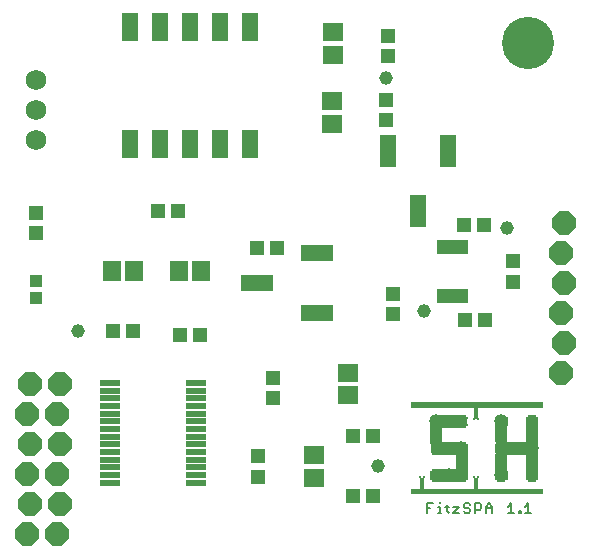
<source format=gts>
G75*
%MOIN*%
%OFA0B0*%
%FSLAX24Y24*%
%IPPOS*%
%LPD*%
%AMOC8*
5,1,8,0,0,1.08239X$1,22.5*
%
%ADD10C,0.0080*%
%ADD11R,0.0671X0.0237*%
%ADD12R,0.0257X0.0474*%
%ADD13R,0.0513X0.0474*%
%ADD14R,0.0474X0.0513*%
%ADD15R,0.0671X0.0592*%
%ADD16R,0.0592X0.0671*%
%ADD17R,0.0552X0.0946*%
%ADD18OC8,0.0780*%
%ADD19C,0.0680*%
%ADD20R,0.0395X0.0395*%
%ADD21R,0.1080X0.0580*%
%ADD22R,0.4440X0.0060*%
%ADD23R,0.0180X0.0060*%
%ADD24R,0.1140X0.0060*%
%ADD25R,0.0300X0.0060*%
%ADD26R,0.0540X0.0060*%
%ADD27R,0.0120X0.0060*%
%ADD28R,0.0420X0.0060*%
%ADD29R,0.0060X0.0060*%
%ADD30R,0.0480X0.0060*%
%ADD31R,0.1200X0.0060*%
%ADD32R,0.1440X0.0060*%
%ADD33R,0.0960X0.0060*%
%ADD34R,0.0900X0.0060*%
%ADD35R,0.1080X0.0060*%
%ADD36R,0.0580X0.1080*%
%ADD37C,0.0456*%
%ADD38C,0.1740*%
D10*
X014780Y002128D02*
X014780Y002448D01*
X014993Y002448D01*
X015148Y002342D02*
X015201Y002342D01*
X015201Y002128D01*
X015148Y002128D02*
X015255Y002128D01*
X015447Y002181D02*
X015500Y002128D01*
X015447Y002181D02*
X015447Y002395D01*
X015394Y002342D02*
X015500Y002342D01*
X015639Y002342D02*
X015853Y002342D01*
X015639Y002128D01*
X015853Y002128D01*
X016007Y002181D02*
X016061Y002128D01*
X016168Y002128D01*
X016221Y002181D01*
X016221Y002235D01*
X016168Y002288D01*
X016061Y002288D01*
X016007Y002342D01*
X016007Y002395D01*
X016061Y002448D01*
X016168Y002448D01*
X016221Y002395D01*
X016376Y002448D02*
X016536Y002448D01*
X016589Y002395D01*
X016589Y002288D01*
X016536Y002235D01*
X016376Y002235D01*
X016376Y002128D02*
X016376Y002448D01*
X016744Y002342D02*
X016744Y002128D01*
X016744Y002288D02*
X016958Y002288D01*
X016958Y002342D02*
X016958Y002128D01*
X016958Y002342D02*
X016851Y002448D01*
X016744Y002342D01*
X017481Y002342D02*
X017587Y002448D01*
X017587Y002128D01*
X017481Y002128D02*
X017694Y002128D01*
X017849Y002128D02*
X017902Y002128D01*
X017902Y002181D01*
X017849Y002181D01*
X017849Y002128D01*
X018033Y002128D02*
X018247Y002128D01*
X018140Y002128D02*
X018140Y002448D01*
X018033Y002342D01*
X015201Y002448D02*
X015201Y002502D01*
X014886Y002288D02*
X014780Y002288D01*
D11*
X007064Y003142D03*
X007064Y003398D03*
X007064Y003653D03*
X007064Y003909D03*
X007064Y004165D03*
X007064Y004421D03*
X007064Y004677D03*
X007064Y004933D03*
X007064Y005189D03*
X007064Y005445D03*
X007064Y005701D03*
X007064Y005957D03*
X007064Y006212D03*
X007064Y006468D03*
X004210Y006468D03*
X004210Y006212D03*
X004210Y005957D03*
X004210Y005701D03*
X004210Y005445D03*
X004210Y005189D03*
X004210Y004933D03*
X004210Y004677D03*
X004210Y004421D03*
X004210Y004165D03*
X004210Y003909D03*
X004210Y003653D03*
X004210Y003398D03*
X004210Y003142D03*
D12*
X015253Y009373D03*
X015509Y009373D03*
X015765Y009373D03*
X016021Y009373D03*
X016021Y010987D03*
X015765Y010987D03*
X015509Y010987D03*
X015253Y010987D03*
D13*
X016014Y011730D03*
X016683Y011730D03*
X017637Y010515D03*
X017637Y009845D03*
X016709Y008555D03*
X016040Y008555D03*
X013635Y008749D03*
X013635Y009419D03*
X012971Y004680D03*
X012302Y004680D03*
X012302Y002680D03*
X012971Y002680D03*
X007221Y008055D03*
X006552Y008055D03*
X004971Y008180D03*
X004302Y008180D03*
X001762Y011470D03*
X001762Y012140D03*
X013404Y015232D03*
X013404Y015902D03*
X013467Y017367D03*
X013467Y018037D03*
D14*
X006471Y012180D03*
X005802Y012180D03*
X009126Y010975D03*
X009795Y010975D03*
X009637Y006640D03*
X009637Y005970D03*
X009137Y004015D03*
X009137Y003345D03*
D15*
X011012Y003306D03*
X011012Y004054D03*
X012137Y006056D03*
X012137Y006804D03*
X011602Y015103D03*
X011602Y015851D03*
X011647Y017400D03*
X011647Y018148D03*
D16*
X007261Y010180D03*
X006513Y010180D03*
X005011Y010180D03*
X004263Y010180D03*
D17*
X004887Y014434D03*
X005887Y014434D03*
X006887Y014434D03*
X007887Y014434D03*
X008887Y014434D03*
X008887Y018326D03*
X007887Y018326D03*
X006887Y018326D03*
X005887Y018326D03*
X004887Y018326D03*
D18*
X001437Y001430D03*
X002437Y001430D03*
X002537Y002430D03*
X001537Y002430D03*
X001437Y003430D03*
X002437Y003430D03*
X002537Y004430D03*
X001537Y004430D03*
X001437Y005430D03*
X002437Y005430D03*
X002537Y006430D03*
X001537Y006430D03*
X019237Y006780D03*
X019337Y007780D03*
X019237Y008780D03*
X019337Y009780D03*
X019237Y010780D03*
X019337Y011780D03*
D19*
X001747Y014565D03*
X001747Y015565D03*
X001747Y016565D03*
D20*
X001737Y009875D03*
X001737Y009285D03*
D21*
X009100Y009797D03*
X011100Y008797D03*
X011100Y010797D03*
D22*
X016444Y005790D03*
X016444Y005730D03*
X016444Y005670D03*
X016444Y002910D03*
X016444Y002850D03*
X016444Y002790D03*
D23*
X016414Y002970D03*
X016414Y003030D03*
X016414Y003090D03*
X016414Y003150D03*
X016414Y003210D03*
X016414Y003270D03*
X014614Y003270D03*
X014614Y003210D03*
X014614Y003150D03*
X014614Y003090D03*
X014614Y003030D03*
X014614Y002970D03*
X016414Y005310D03*
X016414Y005370D03*
X016414Y005430D03*
X016414Y005490D03*
X016414Y005550D03*
X016414Y005610D03*
D24*
X015514Y005370D03*
X015514Y003210D03*
X017614Y004170D03*
X017614Y004410D03*
D25*
X017254Y005370D03*
X018274Y005370D03*
X018274Y003210D03*
X017254Y003210D03*
D26*
X015874Y003270D03*
X015874Y003510D03*
X015154Y003510D03*
X015154Y003270D03*
D27*
X016084Y004170D03*
X016084Y004410D03*
X017104Y005070D03*
X017104Y005310D03*
X017404Y005310D03*
X017404Y005070D03*
X018424Y004410D03*
X018424Y004170D03*
X017404Y003510D03*
X017404Y003270D03*
X017104Y003270D03*
X017104Y003510D03*
X014944Y005070D03*
X014944Y005310D03*
D28*
X015094Y004950D03*
X015094Y004890D03*
X015094Y004830D03*
X015094Y004770D03*
X015094Y004710D03*
X015094Y004650D03*
X015094Y004590D03*
X015094Y004530D03*
X015934Y004050D03*
X015934Y003990D03*
X015934Y003930D03*
X015934Y003870D03*
X015934Y003810D03*
X015934Y003750D03*
X015934Y003690D03*
X015934Y003630D03*
X017254Y003630D03*
X017254Y003690D03*
X017254Y003750D03*
X017254Y003810D03*
X017254Y003870D03*
X017254Y003930D03*
X017254Y003990D03*
X017254Y004050D03*
X017254Y004530D03*
X017254Y004590D03*
X017254Y004650D03*
X017254Y004710D03*
X017254Y004770D03*
X017254Y004830D03*
X017254Y004890D03*
X017254Y004950D03*
X017254Y005010D03*
X018274Y005010D03*
X018274Y005070D03*
X018274Y005130D03*
X018274Y005190D03*
X018274Y005250D03*
X018274Y005310D03*
X018274Y004950D03*
X018274Y004890D03*
X018274Y004830D03*
X018274Y004770D03*
X018274Y004710D03*
X018274Y004650D03*
X018274Y004590D03*
X018274Y004530D03*
X018274Y004050D03*
X018274Y003990D03*
X018274Y003930D03*
X018274Y003870D03*
X018274Y003810D03*
X018274Y003750D03*
X018274Y003690D03*
X018274Y003630D03*
X018274Y003570D03*
X018274Y003510D03*
X018274Y003450D03*
X018274Y003390D03*
X018274Y003330D03*
X018274Y003270D03*
X017254Y003570D03*
D29*
X017434Y003450D03*
X017434Y003390D03*
X017434Y003330D03*
X017074Y003330D03*
X017074Y003390D03*
X017074Y003450D03*
X016474Y003330D03*
X016354Y003330D03*
X016114Y004230D03*
X016114Y004290D03*
X016114Y004350D03*
X017074Y005130D03*
X017074Y005190D03*
X017074Y005250D03*
X017434Y005250D03*
X017434Y005190D03*
X017434Y005130D03*
X016474Y005250D03*
X016354Y005250D03*
X014914Y005250D03*
X014914Y005190D03*
X014914Y005130D03*
X014674Y003330D03*
X014554Y003330D03*
X018454Y004230D03*
X018454Y004290D03*
X018454Y004350D03*
D30*
X015904Y003450D03*
X015904Y003390D03*
X015904Y003330D03*
X015124Y003330D03*
X015124Y003390D03*
X015124Y003450D03*
D31*
X015544Y003570D03*
X015544Y004110D03*
X015484Y004470D03*
X015484Y005010D03*
D32*
X017764Y004470D03*
X017764Y004110D03*
D33*
X015664Y005070D03*
X015664Y005310D03*
X015364Y004410D03*
X015364Y004170D03*
D34*
X015334Y004230D03*
X015334Y004290D03*
X015334Y004350D03*
X015694Y005130D03*
X015694Y005190D03*
X015694Y005250D03*
D35*
X017584Y004350D03*
X017584Y004290D03*
X017584Y004230D03*
D36*
X014479Y012194D03*
X015479Y014194D03*
X013479Y014194D03*
D37*
X013413Y016630D03*
X017440Y011622D03*
X014677Y008850D03*
X015072Y005192D03*
X015927Y004301D03*
X015504Y003410D03*
X017241Y003392D03*
X018267Y004301D03*
X017259Y005201D03*
X013137Y003680D03*
X003137Y008180D03*
D38*
X018151Y017784D03*
M02*

</source>
